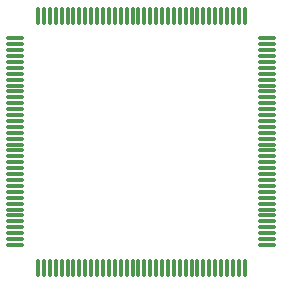
<source format=gbr>
%TF.GenerationSoftware,KiCad,Pcbnew,(5.99.0-10369-gb59bf064b4)*%
%TF.CreationDate,2021-07-27T07:29:01+02:00*%
%TF.ProjectId,stm32h7,73746d33-3268-4372-9e6b-696361645f70,rev?*%
%TF.SameCoordinates,Original*%
%TF.FileFunction,Paste,Top*%
%TF.FilePolarity,Positive*%
%FSLAX46Y46*%
G04 Gerber Fmt 4.6, Leading zero omitted, Abs format (unit mm)*
G04 Created by KiCad (PCBNEW (5.99.0-10369-gb59bf064b4)) date 2021-07-27 07:29:01*
%MOMM*%
%LPD*%
G01*
G04 APERTURE LIST*
G04 Aperture macros list*
%AMRoundRect*
0 Rectangle with rounded corners*
0 $1 Rounding radius*
0 $2 $3 $4 $5 $6 $7 $8 $9 X,Y pos of 4 corners*
0 Add a 4 corners polygon primitive as box body*
4,1,4,$2,$3,$4,$5,$6,$7,$8,$9,$2,$3,0*
0 Add four circle primitives for the rounded corners*
1,1,$1+$1,$2,$3*
1,1,$1+$1,$4,$5*
1,1,$1+$1,$6,$7*
1,1,$1+$1,$8,$9*
0 Add four rect primitives between the rounded corners*
20,1,$1+$1,$2,$3,$4,$5,0*
20,1,$1+$1,$4,$5,$6,$7,0*
20,1,$1+$1,$6,$7,$8,$9,0*
20,1,$1+$1,$8,$9,$2,$3,0*%
G04 Aperture macros list end*
%ADD10RoundRect,0.075000X-0.662500X-0.075000X0.662500X-0.075000X0.662500X0.075000X-0.662500X0.075000X0*%
%ADD11RoundRect,0.075000X-0.075000X-0.662500X0.075000X-0.662500X0.075000X0.662500X-0.075000X0.662500X0*%
G04 APERTURE END LIST*
D10*
%TO.C,U1*%
X24437500Y-25550000D03*
X24437500Y-26050000D03*
X24437500Y-26550000D03*
X24437500Y-27050000D03*
X24437500Y-27550000D03*
X24437500Y-28050000D03*
X24437500Y-28550000D03*
X24437500Y-29050000D03*
X24437500Y-29550000D03*
X24437500Y-30050000D03*
X24437500Y-30550000D03*
X24437500Y-31050000D03*
X24437500Y-31550000D03*
X24437500Y-32050000D03*
X24437500Y-32550000D03*
X24437500Y-33050000D03*
X24437500Y-33550000D03*
X24437500Y-34050000D03*
X24437500Y-34550000D03*
X24437500Y-35050000D03*
X24437500Y-35550000D03*
X24437500Y-36050000D03*
X24437500Y-36550000D03*
X24437500Y-37050000D03*
X24437500Y-37550000D03*
X24437500Y-38050000D03*
X24437500Y-38550000D03*
X24437500Y-39050000D03*
X24437500Y-39550000D03*
X24437500Y-40050000D03*
X24437500Y-40550000D03*
X24437500Y-41050000D03*
X24437500Y-41550000D03*
X24437500Y-42050000D03*
X24437500Y-42550000D03*
X24437500Y-43050000D03*
D11*
X26350000Y-44962500D03*
X26850000Y-44962500D03*
X27350000Y-44962500D03*
X27850000Y-44962500D03*
X28350000Y-44962500D03*
X28850000Y-44962500D03*
X29350000Y-44962500D03*
X29850000Y-44962500D03*
X30350000Y-44962500D03*
X30850000Y-44962500D03*
X31350000Y-44962500D03*
X31850000Y-44962500D03*
X32350000Y-44962500D03*
X32850000Y-44962500D03*
X33350000Y-44962500D03*
X33850000Y-44962500D03*
X34350000Y-44962500D03*
X34850000Y-44962500D03*
X35350000Y-44962500D03*
X35850000Y-44962500D03*
X36350000Y-44962500D03*
X36850000Y-44962500D03*
X37350000Y-44962500D03*
X37850000Y-44962500D03*
X38350000Y-44962500D03*
X38850000Y-44962500D03*
X39350000Y-44962500D03*
X39850000Y-44962500D03*
X40350000Y-44962500D03*
X40850000Y-44962500D03*
X41350000Y-44962500D03*
X41850000Y-44962500D03*
X42350000Y-44962500D03*
X42850000Y-44962500D03*
X43350000Y-44962500D03*
X43850000Y-44962500D03*
D10*
X45762500Y-43050000D03*
X45762500Y-42550000D03*
X45762500Y-42050000D03*
X45762500Y-41550000D03*
X45762500Y-41050000D03*
X45762500Y-40550000D03*
X45762500Y-40050000D03*
X45762500Y-39550000D03*
X45762500Y-39050000D03*
X45762500Y-38550000D03*
X45762500Y-38050000D03*
X45762500Y-37550000D03*
X45762500Y-37050000D03*
X45762500Y-36550000D03*
X45762500Y-36050000D03*
X45762500Y-35550000D03*
X45762500Y-35050000D03*
X45762500Y-34550000D03*
X45762500Y-34050000D03*
X45762500Y-33550000D03*
X45762500Y-33050000D03*
X45762500Y-32550000D03*
X45762500Y-32050000D03*
X45762500Y-31550000D03*
X45762500Y-31050000D03*
X45762500Y-30550000D03*
X45762500Y-30050000D03*
X45762500Y-29550000D03*
X45762500Y-29050000D03*
X45762500Y-28550000D03*
X45762500Y-28050000D03*
X45762500Y-27550000D03*
X45762500Y-27050000D03*
X45762500Y-26550000D03*
X45762500Y-26050000D03*
X45762500Y-25550000D03*
D11*
X43850000Y-23637500D03*
X43350000Y-23637500D03*
X42850000Y-23637500D03*
X42350000Y-23637500D03*
X41850000Y-23637500D03*
X41350000Y-23637500D03*
X40850000Y-23637500D03*
X40350000Y-23637500D03*
X39850000Y-23637500D03*
X39350000Y-23637500D03*
X38850000Y-23637500D03*
X38350000Y-23637500D03*
X37850000Y-23637500D03*
X37350000Y-23637500D03*
X36850000Y-23637500D03*
X36350000Y-23637500D03*
X35850000Y-23637500D03*
X35350000Y-23637500D03*
X34850000Y-23637500D03*
X34350000Y-23637500D03*
X33850000Y-23637500D03*
X33350000Y-23637500D03*
X32850000Y-23637500D03*
X32350000Y-23637500D03*
X31850000Y-23637500D03*
X31350000Y-23637500D03*
X30850000Y-23637500D03*
X30350000Y-23637500D03*
X29850000Y-23637500D03*
X29350000Y-23637500D03*
X28850000Y-23637500D03*
X28350000Y-23637500D03*
X27850000Y-23637500D03*
X27350000Y-23637500D03*
X26850000Y-23637500D03*
X26350000Y-23637500D03*
%TD*%
M02*

</source>
